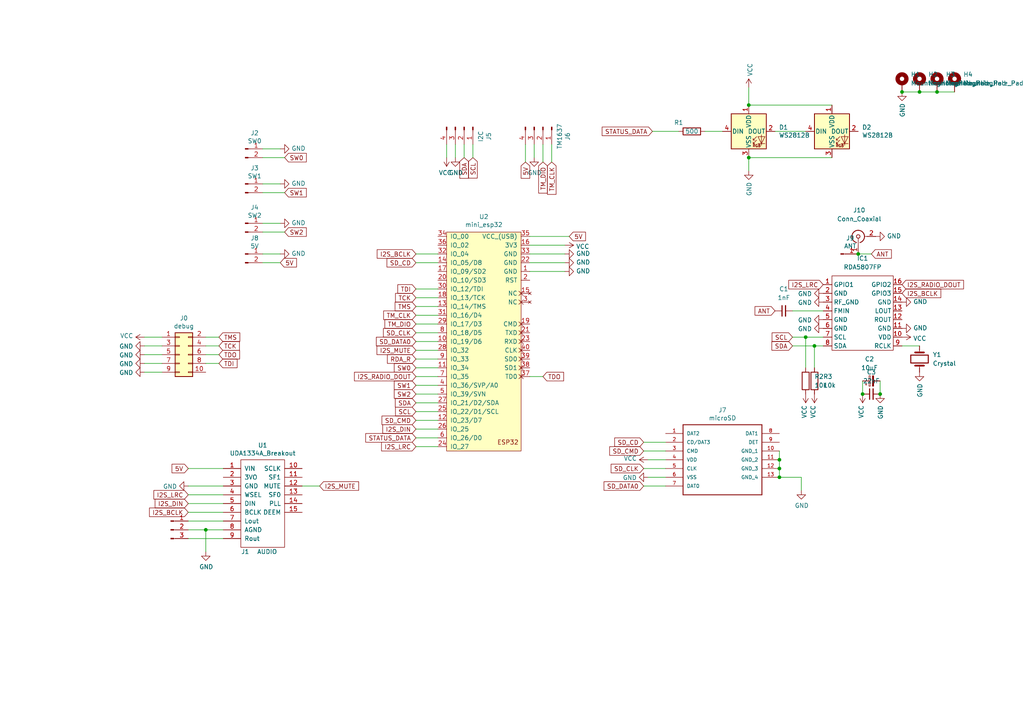
<source format=kicad_sch>
(kicad_sch (version 20211123) (generator eeschema)
  (paper "A4")
  (title_block (title "ESP32-Alarm-clock") (date "2020-11-21") (rev "v0.2") (comment 4 "https://github.com/fehlfarbe/ESP32-Alarm-clock"))
  (lib_symbols
    (symbol "Connector:Conn_01x01_Male" (pin_names (offset 1.016) hide)
      (property "Reference" "J" (at 0 2.54 0))
      (property "Value" "Conn_01x01_Male" (at 0 -2.54 0))
      (symbol "Conn_01x01_Male_1_1"
        (polyline (pts (xy 1.27 0) (xy 0.8636 0)) (stroke (width 0.1524)))
        (rectangle (start 0.8636 0.127) (end 0 -0.127) (stroke (width 0.1524)) (fill (type outline)))
        (pin passive line (at 5.08 0 180) (length 3.81) (name "Pin_1") (number "1"))
      )
    )
    (symbol "Connector:Conn_01x02_Male" (pin_names (offset 1.016) hide)
      (property "Reference" "J" (at 0 2.54 0))
      (property "Value" "Conn_01x02_Male" (at 0 -5.08 0))
      (symbol "Conn_01x02_Male_1_1"
        (polyline (pts (xy 1.27 -2.54) (xy 0.8636 -2.54)) (stroke (width 0.1524)))
        (polyline (pts (xy 1.27 0) (xy 0.8636 0)) (stroke (width 0.1524)))
        (rectangle (start 0.8636 -2.413) (end 0 -2.667) (stroke (width 0.1524)) (fill (type outline)))
        (rectangle (start 0.8636 0.127) (end 0 -0.127) (stroke (width 0.1524)) (fill (type outline)))
        (pin passive line (at 5.08 0 180) (length 3.81) (name "Pin_1") (number "1"))
        (pin passive line (at 5.08 -2.54 180) (length 3.81) (name "Pin_2") (number "2"))
      )
    )
    (symbol "Connector:Conn_01x03_Male" (pin_names (offset 1.016) hide)
      (property "Reference" "J" (at 0 5.08 0))
      (property "Value" "Conn_01x03_Male" (at 0 -5.08 0))
      (symbol "Conn_01x03_Male_1_1"
        (polyline (pts (xy 1.27 -2.54) (xy 0.8636 -2.54)) (stroke (width 0.1524)))
        (polyline (pts (xy 1.27 0) (xy 0.8636 0)) (stroke (width 0.1524)))
        (polyline (pts (xy 1.27 2.54) (xy 0.8636 2.54)) (stroke (width 0.1524)))
        (rectangle (start 0.8636 -2.413) (end 0 -2.667) (stroke (width 0.1524)) (fill (type outline)))
        (rectangle (start 0.8636 0.127) (end 0 -0.127) (stroke (width 0.1524)) (fill (type outline)))
        (rectangle (start 0.8636 2.667) (end 0 2.413) (stroke (width 0.1524)) (fill (type outline)))
        (pin passive line (at 5.08 2.54 180) (length 3.81) (name "Pin_1") (number "1"))
        (pin passive line (at 5.08 0 180) (length 3.81) (name "Pin_2") (number "2"))
        (pin passive line (at 5.08 -2.54 180) (length 3.81) (name "Pin_3") (number "3"))
      )
    )
    (symbol "Connector:Conn_01x04_Male" (pin_names (offset 1.016) hide)
      (property "Reference" "J" (at 0 5.08 0))
      (property "Value" "Conn_01x04_Male" (at 0 -7.62 0))
      (symbol "Conn_01x04_Male_1_1"
        (polyline (pts (xy 1.27 -5.08) (xy 0.8636 -5.08)) (stroke (width 0.1524)))
        (polyline (pts (xy 1.27 -2.54) (xy 0.8636 -2.54)) (stroke (width 0.1524)))
        (polyline (pts (xy 1.27 0) (xy 0.8636 0)) (stroke (width 0.1524)))
        (polyline (pts (xy 1.27 2.54) (xy 0.8636 2.54)) (stroke (width 0.1524)))
        (rectangle (start 0.8636 -4.953) (end 0 -5.207) (stroke (width 0.1524)) (fill (type outline)))
        (rectangle (start 0.8636 -2.413) (end 0 -2.667) (stroke (width 0.1524)) (fill (type outline)))
        (rectangle (start 0.8636 0.127) (end 0 -0.127) (stroke (width 0.1524)) (fill (type outline)))
        (rectangle (start 0.8636 2.667) (end 0 2.413) (stroke (width 0.1524)) (fill (type outline)))
        (pin passive line (at 5.08 2.54 180) (length 3.81) (name "Pin_1") (number "1"))
        (pin passive line (at 5.08 0 180) (length 3.81) (name "Pin_2") (number "2"))
        (pin passive line (at 5.08 -2.54 180) (length 3.81) (name "Pin_3") (number "3"))
        (pin passive line (at 5.08 -5.08 180) (length 3.81) (name "Pin_4") (number "4"))
      )
    )
    (symbol "Connector:Conn_Coaxial" (pin_names (offset 1.016) hide)
      (property "Reference" "J" (at 0.254 3.048 0))
      (property "Value" "Conn_Coaxial" (at 2.921 0 90))
      (symbol "Conn_Coaxial_0_1"
        (arc (start -1.778 -0.508) (mid 0.2311 -1.8066) (end 1.778 0) (stroke (width 0.254)))
        (polyline (pts (xy -2.54 0) (xy -0.508 0)))
        (polyline (pts (xy 0 -2.54) (xy 0 -1.778)))
        (circle (center 0 0) (radius 0.508) (stroke (width 0.2032)))
        (arc (start 1.778 0) (mid 0.2099 1.8101) (end -1.778 0.508) (stroke (width 0.254)))
      )
      (symbol "Conn_Coaxial_1_1"
        (pin passive line (at -5.08 0 0) (length 2.54) (name "In") (number "1"))
        (pin passive line (at 0 -5.08 90) (length 2.54) (name "Ext") (number "2"))
      )
    )
    (symbol "Connector_Generic:Conn_02x05_Odd_Even" (pin_names (offset 1.016) hide)
      (property "Reference" "J" (at 1.27 7.62 0))
      (property "Value" "Conn_02x05_Odd_Even" (at 1.27 -7.62 0))
      (symbol "Conn_02x05_Odd_Even_1_1"
        (rectangle (start -1.27 -4.953) (end 0 -5.207) (stroke (width 0.1524)))
        (rectangle (start -1.27 -2.413) (end 0 -2.667) (stroke (width 0.1524)))
        (rectangle (start -1.27 0.127) (end 0 -0.127) (stroke (width 0.1524)))
        (rectangle (start -1.27 2.667) (end 0 2.413) (stroke (width 0.1524)))
        (rectangle (start -1.27 5.207) (end 0 4.953) (stroke (width 0.1524)))
        (rectangle (start -1.27 6.35) (end 3.81 -6.35) (stroke (width 0.254)) (fill (type background)))
        (rectangle (start 3.81 -4.953) (end 2.54 -5.207) (stroke (width 0.1524)))
        (rectangle (start 3.81 -2.413) (end 2.54 -2.667) (stroke (width 0.1524)))
        (rectangle (start 3.81 0.127) (end 2.54 -0.127) (stroke (width 0.1524)))
        (rectangle (start 3.81 2.667) (end 2.54 2.413) (stroke (width 0.1524)))
        (rectangle (start 3.81 5.207) (end 2.54 4.953) (stroke (width 0.1524)))
        (pin passive line (at -5.08 5.08 0) (length 3.81) (name "Pin_1") (number "1"))
        (pin passive line (at 7.62 -5.08 180) (length 3.81) (name "Pin_10") (number "10"))
        (pin passive line (at 7.62 5.08 180) (length 3.81) (name "Pin_2") (number "2"))
        (pin passive line (at -5.08 2.54 0) (length 3.81) (name "Pin_3") (number "3"))
        (pin passive line (at 7.62 2.54 180) (length 3.81) (name "Pin_4") (number "4"))
        (pin passive line (at -5.08 0 0) (length 3.81) (name "Pin_5") (number "5"))
        (pin passive line (at 7.62 0 180) (length 3.81) (name "Pin_6") (number "6"))
        (pin passive line (at -5.08 -2.54 0) (length 3.81) (name "Pin_7") (number "7"))
        (pin passive line (at 7.62 -2.54 180) (length 3.81) (name "Pin_8") (number "8"))
        (pin passive line (at -5.08 -5.08 0) (length 3.81) (name "Pin_9") (number "9"))
      )
    )
    (symbol "Device:C_Polarized_Small" (pin_numbers hide) (pin_names (offset 0.254) hide)
      (property "Reference" "C" (at 0.254 1.778 0))
      (property "Value" "C_Polarized_Small" (at 0.254 -2.032 0))
      (symbol "C_Polarized_Small_0_1"
        (rectangle (start -1.524 -0.3048) (end 1.524 -0.6858) (fill (type outline)))
        (rectangle (start -1.524 0.6858) (end 1.524 0.3048))
        (polyline (pts (xy -1.27 1.524) (xy -0.762 1.524)))
        (polyline (pts (xy -1.016 1.27) (xy -1.016 1.778)))
      )
      (symbol "C_Polarized_Small_1_1"
        (pin passive line (at 0 2.54 270) (length 1.8542) (name "~") (number "1"))
        (pin passive line (at 0 -2.54 90) (length 1.8542) (name "~") (number "2"))
      )
    )
    (symbol "Device:C_Small" (pin_numbers hide) (pin_names (offset 0.254) hide)
      (property "Reference" "C" (at 0.254 1.778 0))
      (property "Value" "C_Small" (at 0.254 -2.032 0))
      (symbol "C_Small_0_1"
        (polyline (pts (xy -1.524 -0.508) (xy 1.524 -0.508)) (stroke (width 0.3302)))
        (polyline (pts (xy -1.524 0.508) (xy 1.524 0.508)) (stroke (width 0.3048)))
      )
      (symbol "C_Small_1_1"
        (pin passive line (at 0 2.54 270) (length 2.032) (name "~") (number "1"))
        (pin passive line (at 0 -2.54 90) (length 2.032) (name "~") (number "2"))
      )
    )
    (symbol "Device:Crystal" (pin_numbers hide) (pin_names (offset 1.016) hide)
      (property "Reference" "Y" (at 0 3.81 0))
      (property "Value" "Crystal" (at 0 -3.81 0))
      (symbol "Crystal_0_1"
        (rectangle (start -1.143 2.54) (end 1.143 -2.54) (stroke (width 0.3048)))
        (polyline (pts (xy -2.54 0) (xy -1.905 0)))
        (polyline (pts (xy -1.905 -1.27) (xy -1.905 1.27)) (stroke (width 0.508)))
        (polyline (pts (xy 1.905 -1.27) (xy 1.905 1.27)) (stroke (width 0.508)))
        (polyline (pts (xy 2.54 0) (xy 1.905 0)))
      )
      (symbol "Crystal_1_1"
        (pin passive line (at -3.81 0 0) (length 1.27) (name "1") (number "1"))
        (pin passive line (at 3.81 0 180) (length 1.27) (name "2") (number "2"))
      )
    )
    (symbol "Device:R" (pin_numbers hide) (pin_names (offset 0))
      (property "Reference" "R" (at 2.032 0 90))
      (property "Value" "R" (at 0 0 90))
      (symbol "R_0_1"
        (rectangle (start -1.016 -2.54) (end 1.016 2.54) (stroke (width 0.254)))
      )
      (symbol "R_1_1"
        (pin passive line (at 0 3.81 270) (length 1.27) (name "~") (number "1"))
        (pin passive line (at 0 -3.81 90) (length 1.27) (name "~") (number "2"))
      )
    )
    (symbol "LED:WS2812B" (pin_names (offset 0.254))
      (property "Reference" "D" (at 5.08 5.715 0))
      (property "Value" "WS2812B" (at 1.27 -5.715 0))
      (symbol "WS2812B_0_0"
        (text "RGB" (at 2.286 -4.191 0) (effects (font (size 0.762 0.762))))
      )
      (symbol "WS2812B_0_1"
        (polyline (pts (xy 1.27 -3.556) (xy 1.778 -3.556)))
        (polyline (pts (xy 1.27 -2.54) (xy 1.778 -2.54)))
        (polyline (pts (xy 4.699 -3.556) (xy 2.667 -3.556)))
        (polyline (pts (xy 2.286 -2.54) (xy 1.27 -3.556) (xy 1.27 -3.048)))
        (polyline (pts (xy 2.286 -1.524) (xy 1.27 -2.54) (xy 1.27 -2.032)))
        (polyline (pts (xy 3.683 -1.016) (xy 3.683 -3.556) (xy 3.683 -4.064)))
        (polyline (pts (xy 4.699 -1.524) (xy 2.667 -1.524) (xy 3.683 -3.556) (xy 4.699 -1.524)))
        (rectangle (start 5.08 5.08) (end -5.08 -5.08) (stroke (width 0.254)) (fill (type background)))
      )
      (symbol "WS2812B_1_1"
        (pin power_in line (at 0 7.62 270) (length 2.54) (name "VDD") (number "1"))
        (pin output line (at 7.62 0 180) (length 2.54) (name "DOUT") (number "2"))
        (pin power_in line (at 0 -7.62 90) (length 2.54) (name "VSS") (number "3"))
        (pin input line (at -7.62 0 0) (length 2.54) (name "DIN") (number "4"))
      )
    )
    (symbol "Mechanical:MountingHole_Pad" (pin_numbers hide) (pin_names (offset 1.016) hide)
      (property "Reference" "H" (at 0 6.35 0))
      (property "Value" "MountingHole_Pad" (at 0 4.445 0))
      (symbol "MountingHole_Pad_0_1"
        (circle (center 0 1.27) (radius 1.27) (stroke (width 1.27)))
      )
      (symbol "MountingHole_Pad_1_1"
        (pin input line (at 0 -2.54 90) (length 2.54) (name "1") (number "1"))
      )
    )
    (symbol "mp3-alarm:RDA5807FP"
      (property "Reference" "IC" (at 6.35 13.97 0))
      (property "Value" "RDA5807FP" (at -3.81 13.97 0))
      (symbol "RDA5807FP_0_1"
        (rectangle (start -8.89 12.7) (end 8.89 -8.89))
      )
      (symbol "RDA5807FP_1_1"
        (pin bidirectional line (at -11.43 10.16 0) (length 2.54) (name "GPIO1") (number "1"))
        (pin power_in line (at 11.43 -5.08 180) (length 2.54) (name "VDD") (number "10"))
        (pin passive line (at 11.43 -2.54 180) (length 2.54) (name "GND") (number "11"))
        (pin output line (at 11.43 0 180) (length 2.54) (name "ROUT") (number "12"))
        (pin output line (at 11.43 2.54 180) (length 2.54) (name "LOUT") (number "13"))
        (pin passive line (at 11.43 5.08 180) (length 2.54) (name "GND") (number "14"))
        (pin bidirectional line (at 11.43 7.62 180) (length 2.54) (name "GPIO3") (number "15"))
        (pin bidirectional line (at 11.43 10.16 180) (length 2.54) (name "GPIO2") (number "16"))
        (pin passive line (at -11.43 7.62 0) (length 2.54) (name "GND") (number "2"))
        (pin passive line (at -11.43 5.08 0) (length 2.54) (name "RF_GND") (number "3"))
        (pin input line (at -11.43 2.54 0) (length 2.54) (name "FMIN") (number "4"))
        (pin passive line (at -11.43 0 0) (length 2.54) (name "GND") (number "5"))
        (pin passive line (at -11.43 -2.54 0) (length 2.54) (name "GND") (number "6"))
        (pin input line (at -11.43 -5.08 0) (length 2.54) (name "SCL") (number "7"))
        (pin input line (at -11.43 -7.62 0) (length 2.54) (name "SDA") (number "8"))
        (pin input line (at 11.43 -7.62 180) (length 2.54) (name "RCLK") (number "9"))
      )
    )
    (symbol "mp3alarm-rescue:105162-0001-105162-0001" (pin_names (offset 1.016))
      (property "Reference" "J" (at 29.21 7.62 0))
      (property "Value" "105162-0001-105162-0001" (at 29.21 5.08 0))
      (symbol "105162-0001-105162-0001_0_0"
        (polyline (pts (xy 5.08 2.54) (xy 5.08 -17.78)) (stroke (width 0.254)))
        (polyline (pts (xy 5.08 2.54) (xy 27.94 2.54)) (stroke (width 0.254)))
        (polyline (pts (xy 27.94 -17.78) (xy 5.08 -17.78)) (stroke (width 0.254)))
        (polyline (pts (xy 27.94 -17.78) (xy 27.94 2.54)) (stroke (width 0.254)))
        (pin bidirectional line (at 0 0 0) (length 5.08) (name "DAT2") (number "1"))
        (pin bidirectional line (at 33.02 -5.08 180) (length 5.08) (name "GND_1") (number "10"))
        (pin bidirectional line (at 33.02 -7.62 180) (length 5.08) (name "GND_2") (number "11"))
        (pin bidirectional line (at 33.02 -10.16 180) (length 5.08) (name "GND_3") (number "12"))
        (pin bidirectional line (at 33.02 -12.7 180) (length 5.08) (name "GND_4") (number "13"))
        (pin bidirectional line (at 0 -2.54 0) (length 5.08) (name "CD/DAT3") (number "2"))
        (pin bidirectional line (at 0 -5.08 0) (length 5.08) (name "CMD") (number "3"))
        (pin bidirectional line (at 0 -7.62 0) (length 5.08) (name "VDD") (number "4"))
        (pin bidirectional line (at 0 -10.16 0) (length 5.08) (name "CLK") (number "5"))
        (pin bidirectional line (at 0 -12.7 0) (length 5.08) (name "VSS") (number "6"))
        (pin bidirectional line (at 0 -15.24 0) (length 5.08) (name "DAT0") (number "7"))
        (pin bidirectional line (at 33.02 0 180) (length 5.08) (name "DAT1") (number "8"))
        (pin bidirectional line (at 33.02 -2.54 180) (length 5.08) (name "DET") (number "9"))
      )
    )
    (symbol "mp3alarm-rescue:UDA1334A_Breakout-UDA1334A" (pin_names (offset 1.016))
      (property "Reference" "U" (at -6.35 13.97 0))
      (property "Value" "UDA1334A_Breakout-UDA1334A" (at 0 -15.24 0))
      (symbol "UDA1334A_Breakout-UDA1334A_0_1"
        (rectangle (start -6.35 12.7) (end 6.35 -12.7))
      )
      (symbol "UDA1334A_Breakout-UDA1334A_1_1"
        (pin input line (at -11.43 10.16 0) (length 5.08) (name "VIN") (number "1"))
        (pin input line (at 11.43 10.16 180) (length 5.08) (name "SCLK") (number "10"))
        (pin input line (at 11.43 7.62 180) (length 5.08) (name "SF1") (number "11"))
        (pin input line (at 11.43 5.08 180) (length 5.08) (name "MUTE") (number "12"))
        (pin input line (at 11.43 2.54 180) (length 5.08) (name "SF0") (number "13"))
        (pin input line (at 11.43 0 180) (length 5.08) (name "PLL") (number "14"))
        (pin input line (at 11.43 -2.54 180) (length 5.08) (name "DEEM") (number "15"))
        (pin output line (at -11.43 7.62 0) (length 5.08) (name "3VO") (number "2"))
        (pin input line (at -11.43 5.08 0) (length 5.08) (name "GND") (number "3"))
        (pin input line (at -11.43 2.54 0) (length 5.08) (name "WSEL") (number "4"))
        (pin input line (at -11.43 0 0) (length 5.08) (name "DIN") (number "5"))
        (pin input line (at -11.43 -2.54 0) (length 5.08) (name "BCLK") (number "6"))
        (pin output line (at -11.43 -5.08 0) (length 5.08) (name "Lout") (number "7"))
        (pin output line (at -11.43 -7.62 0) (length 5.08) (name "AGND") (number "8"))
        (pin output line (at -11.43 -10.16 0) (length 5.08) (name "Rout") (number "9"))
      )
    )
    (symbol "mp3alarm-rescue:mini_esp32-ESP32_mini" (pin_names (offset 1.016))
      (property "Reference" "U" (at -7.62 -50.8 0))
      (property "Value" "mini_esp32-ESP32_mini" (at 5.08 -59.69 0))
      (symbol "mini_esp32-ESP32_mini_0_0"
        (text "ESP32" (at 7.62 -62.23 0) (effects (font (size 1.27 1.27))))
        (pin power_in line (at 13.97 -12.7 180) (length 2.54) (name "GND") (number "1"))
        (pin input line (at 13.97 -15.24 180) (length 2.54) (name "RST") (number "2"))
        (pin no_connect non_logic (at 13.97 -21.59 180) (length 2.54) (name "NC") (number "3"))
        (pin bidirectional line (at -12.7 -45.72 0) (length 2.54) (name "IO_36/SVP/A0") (number "4"))
        (pin bidirectional line (at -12.7 -48.26 0) (length 2.54) (name "IO_39/SVN") (number "5"))
      )
      (symbol "mini_esp32-ESP32_mini_0_1"
        (rectangle (start -10.16 -1.27) (end 11.43 -64.77) (fill (type background)))
      )
      (symbol "mini_esp32-ESP32_mini_1_1"
        (pin bidirectional line (at -12.7 -33.02 0) (length 2.54) (name "IO_19/D6") (number "10"))
        (pin bidirectional line (at -12.7 -40.64 0) (length 2.54) (name "IO_34") (number "11"))
        (pin bidirectional line (at -12.7 -55.88 0) (length 2.54) (name "IO_23/D7") (number "12"))
        (pin bidirectional line (at -12.7 -22.86 0) (length 2.54) (name "IO_14/TMS") (number "13"))
        (pin bidirectional line (at -12.7 -10.16 0) (length 2.54) (name "IO_05/D8") (number "14"))
        (pin no_connect non_logic (at 13.97 -19.05 180) (length 2.54) (name "NC") (number "15"))
        (pin power_in line (at 13.97 -5.08 180) (length 2.54) (name "3V3") (number "16"))
        (pin bidirectional line (at -12.7 -12.7 0) (length 2.54) (name "IO_09/SD2") (number "17"))
        (pin bidirectional line (at -12.7 -20.32 0) (length 2.54) (name "IO_13/TCK") (number "18"))
        (pin passive non_logic (at 13.97 -27.94 180) (length 2.54) (name "CMD") (number "19"))
        (pin bidirectional line (at -12.7 -15.24 0) (length 2.54) (name "IO_10/SD3") (number "20"))
        (pin passive non_logic (at 13.97 -30.48 180) (length 2.54) (name "TXD") (number "21"))
        (pin power_in line (at 13.97 -10.16 180) (length 2.54) (name "GND") (number "22"))
        (pin passive non_logic (at 13.97 -33.02 180) (length 2.54) (name "RXD") (number "23"))
        (pin bidirectional line (at -12.7 -63.5 0) (length 2.54) (name "IO_27") (number "24"))
        (pin bidirectional line (at -12.7 -53.34 0) (length 2.54) (name "IO_22/D1/SCL") (number "25"))
        (pin bidirectional line (at -12.7 -58.42 0) (length 2.54) (name "IO_25") (number "26"))
        (pin bidirectional line (at -12.7 -50.8 0) (length 2.54) (name "IO_21/D2/SDA") (number "27"))
        (pin bidirectional line (at -12.7 -35.56 0) (length 2.54) (name "IO_32") (number "28"))
        (pin bidirectional line (at -12.7 -27.94 0) (length 2.54) (name "IO_17/D3") (number "29"))
        (pin bidirectional line (at -12.7 -17.78 0) (length 2.54) (name "IO_12/TDI") (number "30"))
        (pin bidirectional line (at -12.7 -25.4 0) (length 2.54) (name "IO_16/D4") (number "31"))
        (pin bidirectional line (at -12.7 -7.62 0) (length 2.54) (name "IO_04") (number "32"))
        (pin power_in line (at 13.97 -7.62 180) (length 2.54) (name "GND") (number "33"))
        (pin bidirectional line (at -12.7 -2.54 0) (length 2.54) (name "IO_00") (number "34"))
        (pin power_in line (at 13.97 -2.54 180) (length 2.54) (name "VCC_(USB)") (number "35"))
        (pin bidirectional line (at -12.7 -5.08 0) (length 2.54) (name "IO_02") (number "36"))
        (pin passive non_logic (at 13.97 -43.18 180) (length 2.54) (name "TD0") (number "37"))
        (pin passive non_logic (at 13.97 -40.64 180) (length 2.54) (name "SD1") (number "38"))
        (pin passive non_logic (at 13.97 -38.1 180) (length 2.54) (name "SD0") (number "39"))
        (pin passive non_logic (at 13.97 -35.56 180) (length 2.54) (name "CLK") (number "40"))
        (pin bidirectional line (at -12.7 -60.96 0) (length 2.54) (name "IO_26/D0") (number "6"))
        (pin bidirectional line (at -12.7 -43.18 0) (length 2.54) (name "IO_35") (number "7"))
        (pin bidirectional line (at -12.7 -30.48 0) (length 2.54) (name "IO_18/D5") (number "8"))
        (pin bidirectional line (at -12.7 -38.1 0) (length 2.54) (name "IO_33") (number "9"))
      )
    )
    (symbol "power:GND" (power) (pin_names (offset 0))
      (property "Value" "GND" (at 0 -3.81 0))
      (symbol "GND_0_1"
        (polyline (pts (xy 0 0) (xy 0 -1.27) (xy 1.27 -1.27) (xy 0 -2.54) (xy -1.27 -1.27) (xy 0 -1.27)))
      )
      (symbol "GND_1_1"
        (pin power_in line (at 0 0 270) (length 0) hide (name "GND") (number "1"))
      )
    )
    (symbol "power:VCC" (power) (pin_names (offset 0))
      (property "Value" "VCC" (at 0 3.81 0))
      (symbol "VCC_0_1"
        (polyline (pts (xy -0.762 1.27) (xy 0 2.54)))
        (polyline (pts (xy 0 0) (xy 0 2.54)))
        (polyline (pts (xy 0 2.54) (xy 0.762 1.27)))
      )
      (symbol "VCC_1_1"
        (pin power_in line (at 0 0 90) (length 0) hide (name "VCC") (number "1"))
      )
    )
  )
  (junction (at 250.19 114.3))
  (junction (at 226.06 133.35))
  (junction (at 261.62 26.67))
  (junction (at 59.69 153.67))
  (junction (at 255.27 114.3))
  (junction (at 248.92 73.66))
  (junction (at 236.22 100.33))
  (junction (at 217.17 45.72))
  (junction (at 226.06 135.89))
  (junction (at 266.7 26.67))
  (junction (at 271.78 26.67))
  (junction (at 217.17 30.48))
  (junction (at 226.06 138.43))
  (junction (at 233.68 97.79))
  (wire (pts (xy 63.5 97.79) (xy 59.69 97.79)))
  (wire (pts (xy 76.2 55.88) (xy 82.55 55.88)))
  (wire (pts (xy 217.17 49.53) (xy 217.17 45.72)))
  (wire (pts (xy 120.65 104.14) (xy 127 104.14)))
  (wire (pts (xy 92.71 140.97) (xy 87.63 140.97)))
  (wire (pts (xy 217.17 30.48) (xy 241.3 30.48)))
  (wire (pts (xy 120.65 91.44) (xy 127 91.44)))
  (wire (pts (xy 252.73 73.66) (xy 248.92 73.66)))
  (wire (pts (xy 127 114.3) (xy 120.65 114.3)))
  (wire (pts (xy 120.65 127) (xy 127 127)))
  (wire (pts (xy 186.69 140.97) (xy 193.04 140.97)))
  (wire (pts (xy 186.69 135.89) (xy 193.04 135.89)))
  (wire (pts (xy 63.5 100.33) (xy 59.69 100.33)))
  (wire (pts (xy 127 116.84) (xy 120.65 116.84)))
  (wire (pts (xy 54.61 151.13) (xy 64.77 151.13)))
  (wire (pts (xy 54.61 140.97) (xy 64.77 140.97)))
  (wire (pts (xy 261.62 26.67) (xy 266.7 26.67)))
  (wire (pts (xy 54.61 156.21) (xy 64.77 156.21)))
  (wire (pts (xy 54.61 153.67) (xy 59.69 153.67)))
  (wire (pts (xy 236.22 100.33) (xy 238.76 100.33)))
  (wire (pts (xy 187.96 133.35) (xy 193.04 133.35)))
  (wire (pts (xy 59.69 153.67) (xy 64.77 153.67)))
  (wire (pts (xy 54.61 135.89) (xy 64.77 135.89)))
  (wire (pts (xy 217.17 25.4) (xy 217.17 30.48)))
  (wire (pts (xy 81.28 76.2) (xy 76.2 76.2)))
  (wire (pts (xy 165.1 68.58) (xy 153.67 68.58)))
  (wire (pts (xy 54.61 148.59) (xy 64.77 148.59)))
  (wire (pts (xy 76.2 45.72) (xy 82.55 45.72)))
  (wire (pts (xy 120.65 111.76) (xy 127 111.76)))
  (wire (pts (xy 163.83 78.74) (xy 153.67 78.74)))
  (wire (pts (xy 46.99 97.79) (xy 41.91 97.79)))
  (wire (pts (xy 120.65 86.36) (xy 127 86.36)))
  (wire (pts (xy 229.87 90.17) (xy 238.76 90.17)))
  (wire (pts (xy 157.48 41.91) (xy 157.48 46.99)))
  (wire (pts (xy 229.87 100.33) (xy 236.22 100.33)))
  (wire (pts (xy 217.17 45.72) (xy 241.3 45.72)))
  (wire (pts (xy 186.69 130.81) (xy 193.04 130.81)))
  (wire (pts (xy 46.99 107.95) (xy 41.91 107.95)))
  (wire (pts (xy 255.27 110.49) (xy 255.27 114.3)))
  (wire (pts (xy 196.85 38.1) (xy 189.23 38.1)))
  (wire (pts (xy 120.65 76.2) (xy 127 76.2)))
  (wire (pts (xy 226.06 135.89) (xy 226.06 138.43)))
  (wire (pts (xy 41.91 105.41) (xy 46.99 105.41)))
  (wire (pts (xy 250.19 110.49) (xy 250.19 114.3)))
  (wire (pts (xy 120.65 99.06) (xy 127 99.06)))
  (wire (pts (xy 54.61 143.51) (xy 64.77 143.51)))
  (wire (pts (xy 187.96 138.43) (xy 193.04 138.43)))
  (wire (pts (xy 233.68 97.79) (xy 233.68 106.68)))
  (wire (pts (xy 54.61 146.05) (xy 64.77 146.05)))
  (wire (pts (xy 224.79 38.1) (xy 233.68 38.1)))
  (wire (pts (xy 120.65 96.52) (xy 127 96.52)))
  (wire (pts (xy 226.06 135.89) (xy 226.06 133.35)))
  (wire (pts (xy 266.7 26.67) (xy 271.78 26.67)))
  (wire (pts (xy 46.99 102.87) (xy 41.91 102.87)))
  (wire (pts (xy 271.78 26.67) (xy 276.86 26.67)))
  (wire (pts (xy 186.69 128.27) (xy 193.04 128.27)))
  (wire (pts (xy 120.65 129.54) (xy 127 129.54)))
  (wire (pts (xy 232.41 138.43) (xy 226.06 138.43)))
  (wire (pts (xy 163.83 76.2) (xy 153.67 76.2)))
  (wire (pts (xy 229.87 97.79) (xy 233.68 97.79)))
  (wire (pts (xy 204.47 38.1) (xy 209.55 38.1)))
  (wire (pts (xy 226.06 133.35) (xy 226.06 130.81)))
  (wire (pts (xy 132.08 45.72) (xy 132.08 41.91)))
  (wire (pts (xy 127 124.46) (xy 120.65 124.46)))
  (wire (pts (xy 134.62 45.72) (xy 134.62 41.91)))
  (wire (pts (xy 76.2 43.18) (xy 81.28 43.18)))
  (wire (pts (xy 41.91 100.33) (xy 46.99 100.33)))
  (wire (pts (xy 127 106.68) (xy 120.65 106.68)))
  (wire (pts (xy 137.16 41.91) (xy 137.16 45.72)))
  (wire (pts (xy 233.68 97.79) (xy 238.76 97.79)))
  (wire (pts (xy 127 109.22) (xy 120.65 109.22)))
  (wire (pts (xy 120.65 88.9) (xy 127 88.9)))
  (wire (pts (xy 236.22 100.33) (xy 236.22 106.68)))
  (wire (pts (xy 120.65 119.38) (xy 127 119.38)))
  (wire (pts (xy 59.69 102.87) (xy 63.5 102.87)))
  (wire (pts (xy 120.65 101.6) (xy 127 101.6)))
  (wire (pts (xy 160.02 46.99) (xy 160.02 41.91)))
  (wire (pts (xy 261.62 100.33) (xy 266.7 100.33)))
  (wire (pts (xy 163.83 71.12) (xy 153.67 71.12)))
  (wire (pts (xy 82.55 67.31) (xy 76.2 67.31)))
  (wire (pts (xy 120.65 121.92) (xy 127 121.92)))
  (wire (pts (xy 232.41 142.24) (xy 232.41 138.43)))
  (wire (pts (xy 153.67 73.66) (xy 163.83 73.66)))
  (wire (pts (xy 81.28 73.66) (xy 76.2 73.66)))
  (wire (pts (xy 59.69 160.02) (xy 59.69 153.67)))
  (wire (pts (xy 76.2 64.77) (xy 81.28 64.77)))
  (wire (pts (xy 120.65 83.82) (xy 127 83.82)))
  (wire (pts (xy 152.4 46.99) (xy 152.4 41.91)))
  (wire (pts (xy 154.94 45.72) (xy 154.94 41.91)))
  (wire (pts (xy 129.54 45.72) (xy 129.54 41.91)))
  (wire (pts (xy 157.48 109.22) (xy 153.67 109.22)))
  (wire (pts (xy 63.5 105.41) (xy 59.69 105.41)))
  (wire (pts (xy 76.2 53.34) (xy 81.28 53.34)))
  (wire (pts (xy 120.65 73.66) (xy 127 73.66)))
  (wire (pts (xy 127 93.98) (xy 120.65 93.98)))
  (global_label "SW0" (shape input) (at 120.65 106.68 180) (property "Referenzen zwischen Schaltplänen" "${INTERSHEET_REFS}" (effects hide)))
  (global_label "SD_CMD" (shape input) (at 120.65 121.92 180) (property "Referenzen zwischen Schaltplänen" "${INTERSHEET_REFS}" (effects hide)))
  (global_label "SCL" (shape input) (at 120.65 119.38 180) (property "Referenzen zwischen Schaltplänen" "${INTERSHEET_REFS}" (effects hide)))
  (global_label "STATUS_DATA" (shape input) (at 189.23 38.1 180) (property "Referenzen zwischen Schaltplänen" "${INTERSHEET_REFS}" (effects hide)))
  (global_label "I2S_LRC" (shape input) (at 120.65 129.54 180) (property "Referenzen zwischen Schaltplänen" "${INTERSHEET_REFS}" (effects hide)))
  (global_label "SD_DATA0" (shape input) (at 186.69 140.97 180) (property "Referenzen zwischen Schaltplänen" "${INTERSHEET_REFS}" (effects hide)))
  (global_label "SDA" (shape input) (at 120.65 116.84 180) (property "Referenzen zwischen Schaltplänen" "${INTERSHEET_REFS}" (effects hide)))
  (global_label "I2S_MUTE" (shape input) (at 120.65 101.6 180) (property "Referenzen zwischen Schaltplänen" "${INTERSHEET_REFS}" (effects hide)))
  (global_label "ANT" (shape input) (at 224.79 90.17 180) (property "Referenzen zwischen Schaltplänen" "${INTERSHEET_REFS}" (effects hide)))
  (global_label "SD_CLK" (shape input) (at 120.65 96.52 180) (property "Referenzen zwischen Schaltplänen" "${INTERSHEET_REFS}" (effects hide)))
  (global_label "5V" (shape input) (at 81.28 76.2 0) (property "Referenzen zwischen Schaltplänen" "${INTERSHEET_REFS}" (effects hide)))
  (global_label "RDA_R" (shape input) (at 120.65 104.14 180) (property "Referenzen zwischen Schaltplänen" "${INTERSHEET_REFS}" (effects hide)))
  (global_label "5V" (shape input) (at 165.1 68.58 0) (property "Referenzen zwischen Schaltplänen" "${INTERSHEET_REFS}" (effects hide)))
  (global_label "TCK" (shape input) (at 120.65 86.36 180) (property "Referenzen zwischen Schaltplänen" "${INTERSHEET_REFS}" (effects hide)))
  (global_label "SDA" (shape input) (at 229.87 100.33 180) (property "Referenzen zwischen Schaltplänen" "${INTERSHEET_REFS}" (effects hide)))
  (global_label "I2S_RADIO_DOUT" (shape input) (at 120.65 109.22 180) (property "Referenzen zwischen Schaltplänen" "${INTERSHEET_REFS}" (effects hide)))
  (global_label "5V" (shape input) (at 54.61 135.89 180) (property "Referenzen zwischen Schaltplänen" "${INTERSHEET_REFS}" (effects hide)))
  (global_label "TMS" (shape input) (at 120.65 88.9 180) (property "Referenzen zwischen Schaltplänen" "${INTERSHEET_REFS}" (effects hide)))
  (global_label "SW0" (shape input) (at 82.55 45.72 0) (property "Referenzen zwischen Schaltplänen" "${INTERSHEET_REFS}" (effects hide)))
  (global_label "SD_CD" (shape input) (at 186.69 128.27 180) (property "Referenzen zwischen Schaltplänen" "${INTERSHEET_REFS}" (effects hide)))
  (global_label "STATUS_DATA" (shape input) (at 120.65 127 180) (property "Referenzen zwischen Schaltplänen" "${INTERSHEET_REFS}" (effects hide)))
  (global_label "SD_CLK" (shape input) (at 186.69 135.89 180) (property "Referenzen zwischen Schaltplänen" "${INTERSHEET_REFS}" (effects hide)))
  (global_label "TM_CLK" (shape input) (at 160.02 46.99 270) (property "Referenzen zwischen Schaltplänen" "${INTERSHEET_REFS}" (effects hide)))
  (global_label "I2S_MUTE" (shape input) (at 92.71 140.97 0) (property "Referenzen zwischen Schaltplänen" "${INTERSHEET_REFS}" (effects hide)))
  (global_label "SD_CMD" (shape input) (at 186.69 130.81 180) (property "Referenzen zwischen Schaltplänen" "${INTERSHEET_REFS}" (effects hide)))
  (global_label "I2S_DIN" (shape input) (at 120.65 124.46 180) (property "Referenzen zwischen Schaltplänen" "${INTERSHEET_REFS}" (effects hide)))
  (global_label "TDO" (shape input) (at 157.48 109.22 0) (property "Referenzen zwischen Schaltplänen" "${INTERSHEET_REFS}" (effects hide)))
  (global_label "SW1" (shape input) (at 82.55 55.88 0) (property "Referenzen zwischen Schaltplänen" "${INTERSHEET_REFS}" (effects hide)))
  (global_label "TDI" (shape input) (at 63.5 105.41 0) (property "Referenzen zwischen Schaltplänen" "${INTERSHEET_REFS}" (effects hide)))
  (global_label "TMS" (shape input) (at 63.5 97.79 0) (property "Referenzen zwischen Schaltplänen" "${INTERSHEET_REFS}" (effects hide)))
  (global_label "TM_DIO" (shape input) (at 120.65 93.98 180) (property "Referenzen zwischen Schaltplänen" "${INTERSHEET_REFS}" (effects hide)))
  (global_label "SCL" (shape input) (at 229.87 97.79 180) (property "Referenzen zwischen Schaltplänen" "${INTERSHEET_REFS}" (effects hide)))
  (global_label "I2S_BCLK" (shape input) (at 261.62 85.09 0) (property "Referenzen zwischen Schaltplänen" "${INTERSHEET_REFS}" (effects hide)))
  (global_label "SDA" (shape input) (at 134.62 45.72 270) (property "Referenzen zwischen Schaltplänen" "${INTERSHEET_REFS}" (effects hide)))
  (global_label "SW2" (shape input) (at 82.55 67.31 0) (property "Referenzen zwischen Schaltplänen" "${INTERSHEET_REFS}" (effects hide)))
  (global_label "I2S_DIN" (shape input) (at 54.61 146.05 180) (property "Referenzen zwischen Schaltplänen" "${INTERSHEET_REFS}" (effects hide)))
  (global_label "SW1" (shape input) (at 120.65 111.76 180) (property "Referenzen zwischen Schaltplänen" "${INTERSHEET_REFS}" (effects hide)))
  (global_label "I2S_BCLK" (shape input) (at 54.61 148.59 180) (property "Referenzen zwischen Schaltplänen" "${INTERSHEET_REFS}" (effects hide)))
  (global_label "TDI" (shape input) (at 120.65 83.82 180) (property "Referenzen zwischen Schaltplänen" "${INTERSHEET_REFS}" (effects hide)))
  (global_label "5V" (shape input) (at 152.4 46.99 270) (property "Referenzen zwischen Schaltplänen" "${INTERSHEET_REFS}" (effects hide)))
  (global_label "TDO" (shape input) (at 63.5 102.87 0) (property "Referenzen zwischen Schaltplänen" "${INTERSHEET_REFS}" (effects hide)))
  (global_label "I2S_LRC" (shape input) (at 238.76 82.55 180) (property "Referenzen zwischen Schaltplänen" "${INTERSHEET_REFS}" (effects hide)))
  (global_label "TCK" (shape input) (at 63.5 100.33 0) (property "Referenzen zwischen Schaltplänen" "${INTERSHEET_REFS}" (effects hide)))
  (global_label "TM_CLK" (shape input) (at 120.65 91.44 180) (property "Referenzen zwischen Schaltplänen" "${INTERSHEET_REFS}" (effects hide)))
  (global_label "SCL" (shape input) (at 137.16 45.72 270) (property "Referenzen zwischen Schaltplänen" "${INTERSHEET_REFS}" (effects hide)))
  (global_label "TM_DIO" (shape input) (at 157.48 46.99 270) (property "Referenzen zwischen Schaltplänen" "${INTERSHEET_REFS}" (effects hide)))
  (global_label "SD_CD" (shape input) (at 120.65 76.2 180) (property "Referenzen zwischen Schaltplänen" "${INTERSHEET_REFS}" (effects hide)))
  (global_label "SD_DATA0" (shape input) (at 120.65 99.06 180) (property "Referenzen zwischen Schaltplänen" "${INTERSHEET_REFS}" (effects hide)))
  (global_label "I2S_RADIO_DOUT" (shape input) (at 261.62 82.55 0) (property "Referenzen zwischen Schaltplänen" "${INTERSHEET_REFS}" (effects hide)))
  (global_label "SW2" (shape input) (at 120.65 114.3 180) (property "Referenzen zwischen Schaltplänen" "${INTERSHEET_REFS}" (effects hide)))
  (global_label "ANT" (shape input) (at 252.73 73.66 0) (property "Referenzen zwischen Schaltplänen" "${INTERSHEET_REFS}" (effects hide)))
  (global_label "I2S_BCLK" (shape input) (at 120.65 73.66 180) (property "Referenzen zwischen Schaltplänen" "${INTERSHEET_REFS}" (effects hide)))
  (global_label "I2S_LRC" (shape input) (at 54.61 143.51 180) (property "Referenzen zwischen Schaltplänen" "${INTERSHEET_REFS}" (effects hide)))
  (symbol (lib_id "mp3alarm-rescue:UDA1334A_Breakout-UDA1334A") (at 76.2 146.05 0) (unit 1)
    (property "Reference" "U1" (at 76.2 129.159 0))
    (property "Value" "UDA1334A_Breakout" (at 76.2 131.4704 0))
    (property "Footprint" "UDA1334A:UDA1334A-breakout" (effects hide))
  )
  (symbol (lib_id "Connector:Conn_01x04_Male") (at 134.62 36.83 270) (unit 1)
    (property "Reference" "J5" (at 141.7574 39.5732 0))
    (property "Value" "I2C" (at 139.446 39.5732 0))
    (property "Footprint" "Connector_PinHeader_2.54mm:PinHeader_1x04_P2.54mm_Vertical" (effects hide))
  )
  (symbol (lib_id "mp3alarm-rescue:mini_esp32-ESP32_mini") (at 139.7 66.04 0) (unit 1)
    (property "Reference" "U2" (at 140.335 62.865 0))
    (property "Value" "mini_esp32" (at 140.335 65.1764 0))
    (property "Footprint" "pcb:ESP32_mini" (effects hide))
  )
  (symbol (lib_id "mp3alarm-rescue:105162-0001-105162-0001") (at 193.04 125.73 0) (unit 1)
    (property "Reference" "J7" (at 209.55 118.9482 0))
    (property "Value" "microSD" (at 209.55 121.2596 0))
    (property "Footprint" "pcb:105162-0001" (effects hide))
    (property "MANUFACTURER_NAME" "Molex" (effects hide))
    (property "MOUSER_PRICE-STOCK" "https://www.mouser.co.uk/ProductDetail/Molex/105162-0001?qs=1fNsfHe5VsK8daqlgKxZfQ%3D%3D" (effects hide))
    (property "DESCRIPTION" "Memory Card Connectors 1.45H MICRO SD HEADER WITH D/C PIN" (effects hide))
    (property "MOUSER_PART_NUMBER" "538-105162-0001" (effects hide))
    (property "HEIGHT" "mm" (effects hide))
    (property "MANUFACTURER_PART_NUMBER" "105162-0001" (effects hide))
  )
  (symbol (lib_id "Connector:Conn_01x03_Male") (at 49.53 153.67 0) (unit 1)
    (property "Reference" "J1" (at 71.12 160.02 0))
    (property "Value" "AUDIO" (at 77.47 160.02 0))
    (property "Footprint" "Connector_PinHeader_2.54mm:PinHeader_1x03_P2.54mm_Vertical" (effects hide))
  )
  (symbol (lib_id "Connector:Conn_01x04_Male") (at 157.48 36.83 270) (unit 1)
    (property "Reference" "J6" (at 164.6174 39.5732 0))
    (property "Value" "TM1637" (at 162.306 39.5732 0))
    (property "Footprint" "Connector_PinHeader_2.54mm:PinHeader_1x04_P2.54mm_Vertical" (effects hide))
  )
  (symbol (lib_id "Connector:Conn_01x02_Male") (at 71.12 43.18 0) (unit 1)
    (property "Reference" "J2" (at 73.8632 38.5826 0))
    (property "Value" "SW0" (at 73.8632 40.894 0))
    (property "Footprint" "Connector_PinHeader_2.54mm:PinHeader_1x02_P2.54mm_Vertical" (effects hide))
  )
  (symbol (lib_id "Connector:Conn_01x02_Male") (at 71.12 53.34 0) (unit 1)
    (property "Reference" "J3" (at 73.8632 48.7426 0))
    (property "Value" "SW1" (at 73.8632 51.054 0))
    (property "Footprint" "Connector_PinHeader_2.54mm:PinHeader_1x02_P2.54mm_Vertical" (effects hide))
  )
  (symbol (lib_id "Connector:Conn_01x02_Male") (at 71.12 64.77 0) (unit 1)
    (property "Reference" "J4" (at 73.8632 60.1726 0))
    (property "Value" "SW2" (at 73.8632 62.484 0))
    (property "Footprint" "Connector_PinHeader_2.54mm:PinHeader_1x02_P2.54mm_Vertical" (effects hide))
  )
  (symbol (lib_id "LED:WS2812B") (at 217.17 38.1 0) (unit 1)
    (property "Reference" "D1" (at 225.9076 36.9316 0) (effects (justify left)))
    (property "Value" "WS2812B" (at 225.9076 39.243 0) (effects (justify left)))
    (property "Footprint" "LED_SMD:LED_WS2812B_PLCC4_5.0x5.0mm_P3.2mm" (effects hide))
    (property "Datasheet" "https://cdn-shop.adafruit.com/datasheets/WS2812B.pdf" (effects hide))
  )
  (symbol (lib_id "power:GND") (at 232.41 142.24 0) (unit 1)
    (property "Reference" "#PWR017" (effects hide))
    (property "Value" "GND" (at 232.537 146.6342 0))
  )
  (symbol (lib_id "power:GND") (at 59.69 160.02 0) (unit 1)
    (property "Reference" "#PWR02" (effects hide))
    (property "Value" "GND" (at 59.817 164.4142 0))
  )
  (symbol (lib_id "power:GND") (at 54.61 140.97 270) (unit 1)
    (property "Reference" "#PWR01" (effects hide))
    (property "Value" "GND" (at 51.3588 141.097 90) (effects (justify right)))
  )
  (symbol (lib_id "power:GND") (at 163.83 73.66 90) (unit 1)
    (property "Reference" "#PWR010" (effects hide))
    (property "Value" "GND" (at 167.0812 73.533 90) (effects (justify right)))
  )
  (symbol (lib_id "power:GND") (at 163.83 76.2 90) (unit 1)
    (property "Reference" "#PWR011" (effects hide))
    (property "Value" "GND" (at 167.0812 76.073 90) (effects (justify right)))
  )
  (symbol (lib_id "power:GND") (at 163.83 78.74 90) (unit 1)
    (property "Reference" "#PWR012" (effects hide))
    (property "Value" "GND" (at 167.0812 78.613 90) (effects (justify right)))
  )
  (symbol (lib_id "power:VCC") (at 163.83 71.12 270) (unit 1)
    (property "Reference" "#PWR09" (effects hide))
    (property "Value" "VCC" (at 167.0812 71.501 90) (effects (justify left)))
  )
  (symbol (lib_id "power:VCC") (at 187.96 133.35 90) (unit 1)
    (property "Reference" "#PWR013" (effects hide))
    (property "Value" "VCC" (at 184.7342 132.969 90) (effects (justify left)))
  )
  (symbol (lib_id "power:GND") (at 187.96 138.43 270) (unit 1)
    (property "Reference" "#PWR014" (effects hide))
    (property "Value" "GND" (at 184.7088 138.557 90) (effects (justify right)))
  )
  (symbol (lib_id "power:VCC") (at 129.54 45.72 180) (unit 1)
    (property "Reference" "#PWR06" (effects hide))
    (property "Value" "VCC" (at 129.159 50.1142 0))
  )
  (symbol (lib_id "power:GND") (at 132.08 45.72 0) (unit 1)
    (property "Reference" "#PWR07" (effects hide))
    (property "Value" "GND" (at 132.207 50.1142 0))
  )
  (symbol (lib_id "power:GND") (at 81.28 43.18 90) (unit 1)
    (property "Reference" "#PWR03" (effects hide))
    (property "Value" "GND" (at 84.5312 43.053 90) (effects (justify right)))
  )
  (symbol (lib_id "power:GND") (at 81.28 53.34 90) (unit 1)
    (property "Reference" "#PWR04" (effects hide))
    (property "Value" "GND" (at 84.5312 53.213 90) (effects (justify right)))
  )
  (symbol (lib_id "power:GND") (at 81.28 64.77 90) (unit 1)
    (property "Reference" "#PWR05" (effects hide))
    (property "Value" "GND" (at 84.5312 64.643 90) (effects (justify right)))
  )
  (symbol (lib_id "power:GND") (at 154.94 45.72 0) (unit 1)
    (property "Reference" "#PWR08" (effects hide))
    (property "Value" "GND" (at 155.067 50.1142 0))
  )
  (symbol (lib_id "Connector:Conn_01x01_Male") (at 243.84 73.66 0) (unit 1)
    (property "Reference" "J9" (at 246.5832 69.0626 0))
    (property "Value" "ANT" (at 246.5832 71.374 0))
    (property "Footprint" "Connector_PinHeader_2.54mm:PinHeader_1x01_P2.54mm_Vertical" (effects hide))
  )
  (symbol (lib_id "Device:R") (at 200.66 38.1 90) (unit 1)
    (property "Reference" "R1" (at 196.85 35.56 90))
    (property "Value" "500" (at 200.66 38.1 90))
    (property "Footprint" "Resistor_SMD:R_1206_3216Metric" (effects hide))
  )
  (symbol (lib_id "power:VCC") (at 217.17 25.4 0) (unit 1)
    (property "Reference" "#PWR019" (effects hide))
    (property "Value" "VCC" (at 217.551 22.1488 90) (effects (justify left)))
  )
  (symbol (lib_id "power:GND") (at 217.17 49.53 0) (unit 1)
    (property "Reference" "#PWR018" (effects hide))
    (property "Value" "GND" (at 217.297 52.7812 90) (effects (justify right)))
  )
  (symbol (lib_id "Connector:Conn_01x02_Male") (at 71.12 73.66 0) (unit 1)
    (property "Reference" "J8" (at 73.8632 69.0626 0))
    (property "Value" "5V" (at 73.8632 71.374 0))
    (property "Footprint" "Connector_PinHeader_2.54mm:PinHeader_1x02_P2.54mm_Vertical" (effects hide))
  )
  (symbol (lib_id "power:GND") (at 81.28 73.66 90) (unit 1)
    (property "Reference" "#PWR0101" (effects hide))
    (property "Value" "GND" (at 84.5312 73.533 90) (effects (justify right)))
  )
  (symbol (lib_id "Connector_Generic:Conn_02x05_Odd_Even") (at 52.07 102.87 0) (unit 1)
    (property "Reference" "J0" (at 53.34 92.2782 0))
    (property "Value" "debug" (at 53.34 94.5896 0))
    (property "Footprint" "Connector_PinHeader_2.54mm:PinHeader_2x05_P2.54mm_Vertical_SMD" (effects hide))
  )
  (symbol (lib_id "power:VCC") (at 41.91 97.79 90) (unit 1)
    (property "Reference" "#PWR0102" (effects hide))
    (property "Value" "VCC" (at 38.6588 97.409 90) (effects (justify left)))
  )
  (symbol (lib_id "power:GND") (at 41.91 100.33 270) (unit 1)
    (property "Reference" "#PWR0103" (effects hide))
    (property "Value" "GND" (at 38.6588 100.457 90) (effects (justify right)))
  )
  (symbol (lib_id "power:GND") (at 41.91 102.87 270) (unit 1)
    (property "Reference" "#PWR0104" (effects hide))
    (property "Value" "GND" (at 38.6588 102.997 90) (effects (justify right)))
  )
  (symbol (lib_id "power:GND") (at 41.91 105.41 270) (unit 1)
    (property "Reference" "#PWR0105" (effects hide))
    (property "Value" "GND" (at 38.6588 105.537 90) (effects (justify right)))
  )
  (symbol (lib_id "power:GND") (at 41.91 107.95 270) (unit 1)
    (property "Reference" "#PWR0106" (effects hide))
    (property "Value" "GND" (at 38.6588 108.077 90) (effects (justify right)))
  )
  (symbol (lib_id "Device:R") (at 233.68 110.49 0) (unit 1)
    (property "Reference" "R2" (at 236.22 109.2199 0) (effects (justify left)))
    (property "Value" "10k" (at 236.22 111.7599 0) (effects (justify left)))
    (property "Footprint" "Resistor_SMD:R_1206_3216Metric" (effects hide))
  )
  (symbol (lib_id "power:GND") (at 261.62 95.25 90) (unit 1)
    (property "Reference" "#PWR0114" (effects hide))
    (property "Value" "GND" (at 264.8712 95.123 90) (effects (justify right)))
  )
  (symbol (lib_id "Device:C_Polarized_Small") (at 252.73 110.49 90) (unit 1)
    (property "Reference" "C2" (at 252.1839 104.14 90))
    (property "Value" "10uF" (at 252.1839 106.68 90))
    (property "Footprint" "Capacitor_SMD:C_Elec_6.3x5.4" (effects hide))
  )
  (symbol (lib_id "Device:C_Small") (at 227.33 90.17 90) (unit 1)
    (property "Reference" "C1" (at 227.3363 83.82 90))
    (property "Value" "1nF" (at 227.3363 86.36 90))
    (property "Footprint" "Capacitor_SMD:C_1206_3216Metric" (effects hide))
  )
  (symbol (lib_id "Device:Crystal") (at 266.7 104.14 270) (unit 1)
    (property "Reference" "Y1" (at 270.51 102.8699 90) (effects (justify left)))
    (property "Value" "Crystal" (at 270.51 105.4099 90) (effects (justify left)))
    (property "Footprint" "Crystal:Crystal_C26-LF_D2.1mm_L6.5mm_Horizontal" (effects hide))
  )
  (symbol (lib_id "power:GND") (at 254 68.58 90) (unit 1)
    (property "Reference" "#PWR0115" (effects hide))
    (property "Value" "GND" (at 257.2512 68.453 90) (effects (justify right)))
  )
  (symbol (lib_id "power:GND") (at 261.62 26.67 0) (unit 1)
    (property "Reference" "#PWR0120" (effects hide))
    (property "Value" "GND" (at 261.747 29.9212 90) (effects (justify right)))
  )
  (symbol (lib_id "LED:WS2812B") (at 241.3 38.1 0) (unit 1)
    (property "Reference" "D2" (at 250.0376 36.9316 0) (effects (justify left)))
    (property "Value" "WS2812B" (at 250.0376 39.243 0) (effects (justify left)))
    (property "Footprint" "LED_SMD:LED_WS2812B_PLCC4_5.0x5.0mm_P3.2mm" (effects hide))
    (property "Datasheet" "https://cdn-shop.adafruit.com/datasheets/WS2812B.pdf" (effects hide))
  )
  (symbol (lib_id "power:VCC") (at 233.68 114.3 180) (unit 1)
    (property "Reference" "#PWR0108" (effects hide))
    (property "Value" "VCC" (at 233.299 117.5258 90) (effects (justify left)))
  )
  (symbol (lib_id "power:VCC") (at 250.19 114.3 180) (unit 1)
    (property "Reference" "#PWR0109" (effects hide))
    (property "Value" "VCC" (at 249.809 117.5258 90) (effects (justify left)))
  )
  (symbol (lib_id "power:VCC") (at 236.22 114.3 180) (unit 1)
    (property "Reference" "#PWR0107" (effects hide))
    (property "Value" "VCC" (at 235.839 117.5258 90) (effects (justify left)))
  )
  (symbol (lib_id "Device:C_Small") (at 252.73 114.3 90) (unit 1)
    (property "Reference" "C3" (at 252.7363 107.95 90))
    (property "Value" "22nF" (at 252.7363 110.49 90))
    (property "Footprint" "Capacitor_SMD:C_1206_3216Metric" (effects hide))
  )
  (symbol (lib_id "Mechanical:MountingHole_Pad") (at 261.62 24.13 0) (unit 1)
    (property "Reference" "H1" (at 264.16 21.5899 0) (effects (justify left)))
    (property "Value" "MountingHole_Pad" (at 264.16 24.1299 0) (effects (justify left)))
    (property "Footprint" "MountingHole:MountingHole_3.2mm_M3_Pad" (effects hide))
  )
  (symbol (lib_id "power:GND") (at 238.76 85.09 270) (unit 1)
    (property "Reference" "#PWR0119" (effects hide))
    (property "Value" "GND" (at 235.5088 85.217 90) (effects (justify right)))
  )
  (symbol (lib_id "power:GND") (at 261.62 87.63 90) (unit 1)
    (property "Reference" "#PWR0113" (effects hide))
    (property "Value" "GND" (at 264.8712 87.503 90) (effects (justify right)))
  )
  (symbol (lib_id "power:GND") (at 238.76 95.25 270) (unit 1)
    (property "Reference" "#PWR0117" (effects hide))
    (property "Value" "GND" (at 235.5088 95.377 90) (effects (justify right)))
  )
  (symbol (lib_id "power:VCC") (at 261.62 97.79 270) (unit 1)
    (property "Reference" "#PWR0112" (effects hide))
    (property "Value" "VCC" (at 264.8458 98.171 90) (effects (justify left)))
  )
  (symbol (lib_id "Device:R") (at 236.22 110.49 0) (unit 1)
    (property "Reference" "R3" (at 238.76 109.2199 0) (effects (justify left)))
    (property "Value" "10k" (at 238.76 111.7599 0) (effects (justify left)))
    (property "Footprint" "Resistor_SMD:R_1206_3216Metric" (effects hide))
  )
  (symbol (lib_id "power:GND") (at 238.76 92.71 270) (unit 1)
    (property "Reference" "#PWR0116" (effects hide))
    (property "Value" "GND" (at 235.5088 92.837 90) (effects (justify right)))
  )
  (symbol (lib_id "power:GND") (at 255.27 114.3 0) (unit 1)
    (property "Reference" "#PWR0110" (effects hide))
    (property "Value" "GND" (at 255.397 117.5512 90) (effects (justify right)))
  )
  (symbol (lib_id "Mechanical:MountingHole_Pad") (at 276.86 24.13 0) (unit 1)
    (property "Reference" "H4" (at 279.4 21.5899 0) (effects (justify left)))
    (property "Value" "MountingHole_Pad" (at 279.4 24.1299 0) (effects (justify left)))
    (property "Footprint" "MountingHole:MountingHole_3.2mm_M3_Pad" (effects hide))
  )
  (symbol (lib_id "power:GND") (at 266.7 107.95 0) (unit 1)
    (property "Reference" "#PWR0111" (effects hide))
    (property "Value" "GND" (at 266.827 111.2012 90) (effects (justify right)))
  )
  (symbol (lib_id "mp3-alarm:RDA5807FP") (at 250.19 92.71 0) (unit 1)
    (property "Reference" "IC1" (at 250.19 74.93 0))
    (property "Value" "RDA5807FP" (at 250.19 77.47 0))
    (property "Footprint" "Package_SO:SOP-16_3.9x9.9mm_P1.27mm" (effects hide))
  )
  (symbol (lib_id "Connector:Conn_Coaxial") (at 248.92 68.58 90) (unit 1)
    (property "Reference" "J10" (at 249.2132 60.96 90))
    (property "Value" "Conn_Coaxial" (at 249.2132 63.5 90))
    (property "Footprint" "Connector:F_Sat_Connector" (effects hide))
    (property "Datasheet" " ~" (effects hide))
  )
  (symbol (lib_id "Mechanical:MountingHole_Pad") (at 266.7 24.13 0) (unit 1)
    (property "Reference" "H2" (at 269.24 21.5899 0) (effects (justify left)))
    (property "Value" "MountingHole_Pad" (at 269.24 24.1299 0) (effects (justify left)))
    (property "Footprint" "MountingHole:MountingHole_3.2mm_M3_Pad" (effects hide))
  )
  (symbol (lib_id "Mechanical:MountingHole_Pad") (at 271.78 24.13 0) (unit 1)
    (property "Reference" "H3" (at 274.32 21.5899 0) (effects (justify left)))
    (property "Value" "MountingHole_Pad" (at 274.32 24.1299 0) (effects (justify left)))
    (property "Footprint" "MountingHole:MountingHole_3.2mm_M3_Pad" (effects hide))
  )
  (symbol (lib_id "power:GND") (at 238.76 87.63 270) (unit 1)
    (property "Reference" "#PWR0118" (effects hide))
    (property "Value" "GND" (at 235.5088 87.757 90) (effects (justify right)))
  )
)
</source>
